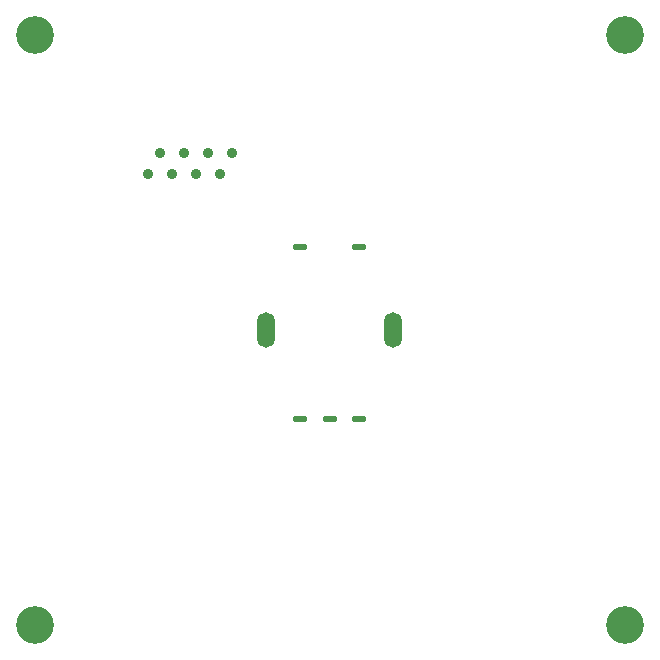
<source format=gbr>
%TF.GenerationSoftware,Altium Limited,Altium Designer,20.1.8 (145)*%
G04 Layer_Color=0*
%FSLAX45Y45*%
%MOMM*%
%TF.SameCoordinates,39D32AA0-D89A-4232-8ACE-958E0E311499*%
%TF.FilePolarity,Positive*%
%TF.FileFunction,Plated,1,2,PTH,Drill*%
%TF.Part,Single*%
G01*
G75*
%TA.AperFunction,ComponentDrill*%
%ADD28O,1.25000X0.50000*%
%ADD29O,1.50000X3.00000*%
%TA.AperFunction,OtherDrill,Pad Free-1 (5mm,5mm)*%
%ADD30C,3.20000*%
%TA.AperFunction,OtherDrill,Pad Free-1 (55mm,5mm)*%
%ADD31C,3.20000*%
%TA.AperFunction,OtherDrill,Pad Free-1 (55mm,55mm)*%
%ADD32C,3.20000*%
%TA.AperFunction,OtherDrill,Pad Free-1 (5mm,55mm)*%
%ADD33C,3.20000*%
%TA.AperFunction,ComponentDrill*%
%ADD34C,0.88900*%
D28*
X2750000Y2250000D02*
D03*
X3250000D02*
D03*
X3000000D02*
D03*
X2750000Y3700000D02*
D03*
X3250000D02*
D03*
D29*
X3537500Y3000000D02*
D03*
X2462500D02*
D03*
D30*
X500000Y500000D02*
D03*
D31*
X5500000D02*
D03*
D32*
Y5500000D02*
D03*
D33*
X500000D02*
D03*
D34*
X1565270Y4499059D02*
D03*
X1463670Y4321259D02*
D03*
X1768470Y4499059D02*
D03*
X1666870Y4321260D02*
D03*
X1971670Y4499059D02*
D03*
X1870070Y4321259D02*
D03*
X2174870Y4499059D02*
D03*
X2073270Y4321259D02*
D03*
%TF.MD5,d0e93c00a99c18b0078998d5a583e8cc*%
M02*

</source>
